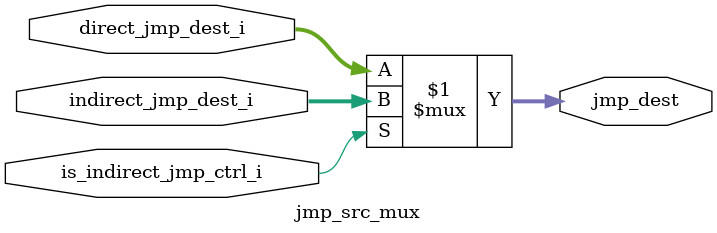
<source format=sv>
module jmp_src_mux #(
    parameter ADDR_WIDTH = 32
) (
    input wire [ADDR_WIDTH-1:0] direct_jmp_dest_i,
    input wire [ADDR_WIDTH-1:0] indirect_jmp_dest_i,
    input wire is_indirect_jmp_ctrl_i,
    output wire [ADDR_WIDTH-1:0] jmp_dest
);

assign jmp_dest = is_indirect_jmp_ctrl_i ? indirect_jmp_dest_i : direct_jmp_dest_i;

endmodule
</source>
